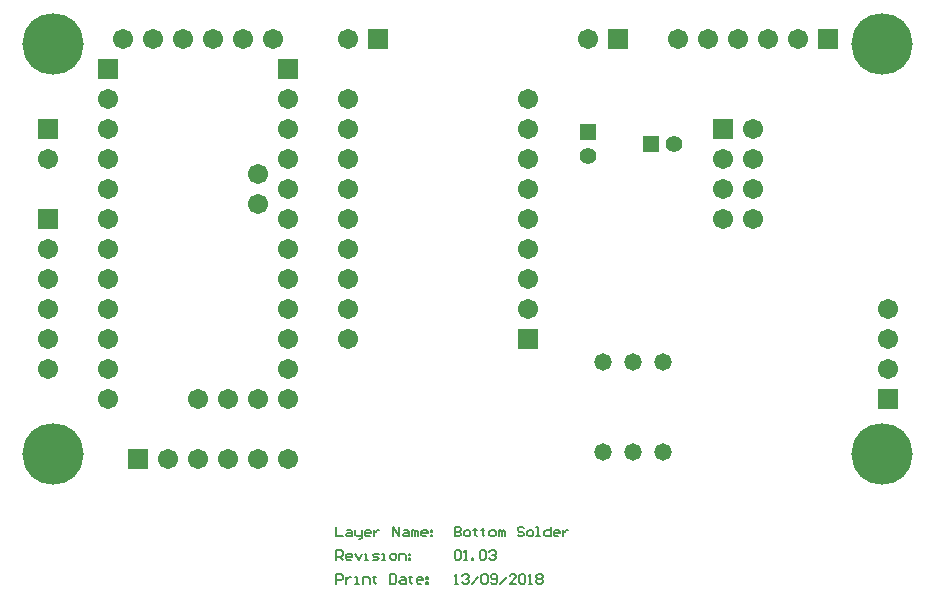
<source format=gbs>
%FSLAX25Y25*%
%MOIN*%
G70*
G01*
G75*
G04 Layer_Color=16711935*
%ADD10R,0.04331X0.03937*%
%ADD11R,0.03740X0.03347*%
%ADD12R,0.05906X0.05906*%
%ADD13R,0.03543X0.03937*%
%ADD14C,0.01000*%
%ADD15C,0.03937*%
%ADD16C,0.01969*%
%ADD17C,0.01181*%
%ADD18C,0.00787*%
%ADD19C,0.05000*%
%ADD20C,0.05906*%
%ADD21R,0.05906X0.05906*%
%ADD22R,0.04724X0.04724*%
%ADD23C,0.04724*%
%ADD24R,0.04724X0.04724*%
%ADD25C,0.03543*%
%ADD26C,0.19685*%
%ADD27C,0.00984*%
%ADD28C,0.00197*%
%ADD29C,0.00591*%
%ADD30R,0.00984X0.05512*%
%ADD31R,0.05131X0.04737*%
%ADD32R,0.04540X0.04147*%
%ADD33R,0.06706X0.06706*%
%ADD34R,0.04343X0.04737*%
%ADD35C,0.05800*%
%ADD36C,0.06706*%
%ADD37R,0.06706X0.06706*%
%ADD38R,0.05524X0.05524*%
%ADD39C,0.05524*%
%ADD40R,0.05524X0.05524*%
%ADD41C,0.20485*%
D18*
X145669Y-12599D02*
Y-15748D01*
X147244D01*
X147768Y-15223D01*
Y-14698D01*
X147244Y-14174D01*
X145669D01*
X147244D01*
X147768Y-13649D01*
Y-13124D01*
X147244Y-12599D01*
X145669D01*
X149343Y-15748D02*
X150392D01*
X150917Y-15223D01*
Y-14174D01*
X150392Y-13649D01*
X149343D01*
X148818Y-14174D01*
Y-15223D01*
X149343Y-15748D01*
X152491Y-13124D02*
Y-13649D01*
X151967D01*
X153016D01*
X152491D01*
Y-15223D01*
X153016Y-15748D01*
X155115Y-13124D02*
Y-13649D01*
X154590D01*
X155640D01*
X155115D01*
Y-15223D01*
X155640Y-15748D01*
X157739D02*
X158788D01*
X159313Y-15223D01*
Y-14174D01*
X158788Y-13649D01*
X157739D01*
X157214Y-14174D01*
Y-15223D01*
X157739Y-15748D01*
X160363D02*
Y-13649D01*
X160888D01*
X161412Y-14174D01*
Y-15748D01*
Y-14174D01*
X161937Y-13649D01*
X162462Y-14174D01*
Y-15748D01*
X168759Y-13124D02*
X168234Y-12599D01*
X167185D01*
X166660Y-13124D01*
Y-13649D01*
X167185Y-14174D01*
X168234D01*
X168759Y-14698D01*
Y-15223D01*
X168234Y-15748D01*
X167185D01*
X166660Y-15223D01*
X170333Y-15748D02*
X171383D01*
X171907Y-15223D01*
Y-14174D01*
X171383Y-13649D01*
X170333D01*
X169808Y-14174D01*
Y-15223D01*
X170333Y-15748D01*
X172957D02*
X174007D01*
X173482D01*
Y-12599D01*
X172957D01*
X177680D02*
Y-15748D01*
X176106D01*
X175581Y-15223D01*
Y-14174D01*
X176106Y-13649D01*
X177680D01*
X180304Y-15748D02*
X179254D01*
X178729Y-15223D01*
Y-14174D01*
X179254Y-13649D01*
X180304D01*
X180829Y-14174D01*
Y-14698D01*
X178729D01*
X181878Y-13649D02*
Y-15748D01*
Y-14698D01*
X182403Y-14174D01*
X182928Y-13649D01*
X183452D01*
X145669Y-20998D02*
X146194Y-20473D01*
X147244D01*
X147768Y-20998D01*
Y-23097D01*
X147244Y-23622D01*
X146194D01*
X145669Y-23097D01*
Y-20998D01*
X148818Y-23622D02*
X149867D01*
X149343D01*
Y-20473D01*
X148818Y-20998D01*
X151442Y-23622D02*
Y-23097D01*
X151967D01*
Y-23622D01*
X151442D01*
X154066Y-20998D02*
X154590Y-20473D01*
X155640D01*
X156165Y-20998D01*
Y-23097D01*
X155640Y-23622D01*
X154590D01*
X154066Y-23097D01*
Y-20998D01*
X157214D02*
X157739Y-20473D01*
X158788D01*
X159313Y-20998D01*
Y-21523D01*
X158788Y-22048D01*
X158264D01*
X158788D01*
X159313Y-22572D01*
Y-23097D01*
X158788Y-23622D01*
X157739D01*
X157214Y-23097D01*
X145669Y-31496D02*
X146719D01*
X146194D01*
Y-28348D01*
X145669Y-28872D01*
X148293D02*
X148818Y-28348D01*
X149867D01*
X150392Y-28872D01*
Y-29397D01*
X149867Y-29922D01*
X149343D01*
X149867D01*
X150392Y-30446D01*
Y-30971D01*
X149867Y-31496D01*
X148818D01*
X148293Y-30971D01*
X151442Y-31496D02*
X153541Y-29397D01*
X154590Y-28872D02*
X155115Y-28348D01*
X156165D01*
X156689Y-28872D01*
Y-30971D01*
X156165Y-31496D01*
X155115D01*
X154590Y-30971D01*
Y-28872D01*
X157739Y-30971D02*
X158264Y-31496D01*
X159313D01*
X159838Y-30971D01*
Y-28872D01*
X159313Y-28348D01*
X158264D01*
X157739Y-28872D01*
Y-29397D01*
X158264Y-29922D01*
X159838D01*
X160888Y-31496D02*
X162987Y-29397D01*
X166135Y-31496D02*
X164036D01*
X166135Y-29397D01*
Y-28872D01*
X165610Y-28348D01*
X164561D01*
X164036Y-28872D01*
X167185D02*
X167709Y-28348D01*
X168759D01*
X169284Y-28872D01*
Y-30971D01*
X168759Y-31496D01*
X167709D01*
X167185Y-30971D01*
Y-28872D01*
X170333Y-31496D02*
X171383D01*
X170858D01*
Y-28348D01*
X170333Y-28872D01*
X172957D02*
X173482Y-28348D01*
X174531D01*
X175056Y-28872D01*
Y-29397D01*
X174531Y-29922D01*
X175056Y-30446D01*
Y-30971D01*
X174531Y-31496D01*
X173482D01*
X172957Y-30971D01*
Y-30446D01*
X173482Y-29922D01*
X172957Y-29397D01*
Y-28872D01*
X173482Y-29922D02*
X174531D01*
X106299Y-31496D02*
Y-28348D01*
X107873D01*
X108398Y-28872D01*
Y-29922D01*
X107873Y-30446D01*
X106299D01*
X109448Y-29397D02*
Y-31496D01*
Y-30446D01*
X109973Y-29922D01*
X110497Y-29397D01*
X111022D01*
X112596Y-31496D02*
X113646D01*
X113121D01*
Y-29397D01*
X112596D01*
X115220Y-31496D02*
Y-29397D01*
X116795D01*
X117319Y-29922D01*
Y-31496D01*
X118894Y-28872D02*
Y-29397D01*
X118369D01*
X119418D01*
X118894D01*
Y-30971D01*
X119418Y-31496D01*
X124141Y-28348D02*
Y-31496D01*
X125715D01*
X126240Y-30971D01*
Y-28872D01*
X125715Y-28348D01*
X124141D01*
X127815Y-29397D02*
X128864D01*
X129389Y-29922D01*
Y-31496D01*
X127815D01*
X127290Y-30971D01*
X127815Y-30446D01*
X129389D01*
X130963Y-28872D02*
Y-29397D01*
X130438D01*
X131488D01*
X130963D01*
Y-30971D01*
X131488Y-31496D01*
X134636D02*
X133587D01*
X133062Y-30971D01*
Y-29922D01*
X133587Y-29397D01*
X134636D01*
X135161Y-29922D01*
Y-30446D01*
X133062D01*
X136211Y-29397D02*
X136736D01*
Y-29922D01*
X136211D01*
Y-29397D01*
Y-30971D02*
X136736D01*
Y-31496D01*
X136211D01*
Y-30971D01*
X106299Y-23622D02*
Y-20473D01*
X107873D01*
X108398Y-20998D01*
Y-22048D01*
X107873Y-22572D01*
X106299D01*
X107349D02*
X108398Y-23622D01*
X111022D02*
X109973D01*
X109448Y-23097D01*
Y-22048D01*
X109973Y-21523D01*
X111022D01*
X111547Y-22048D01*
Y-22572D01*
X109448D01*
X112596Y-21523D02*
X113646Y-23622D01*
X114696Y-21523D01*
X115745Y-23622D02*
X116795D01*
X116270D01*
Y-21523D01*
X115745D01*
X118369Y-23622D02*
X119943D01*
X120468Y-23097D01*
X119943Y-22572D01*
X118894D01*
X118369Y-22048D01*
X118894Y-21523D01*
X120468D01*
X121517Y-23622D02*
X122567D01*
X122042D01*
Y-21523D01*
X121517D01*
X124666Y-23622D02*
X125715D01*
X126240Y-23097D01*
Y-22048D01*
X125715Y-21523D01*
X124666D01*
X124141Y-22048D01*
Y-23097D01*
X124666Y-23622D01*
X127290D02*
Y-21523D01*
X128864D01*
X129389Y-22048D01*
Y-23622D01*
X130438Y-21523D02*
X130963D01*
Y-22048D01*
X130438D01*
Y-21523D01*
Y-23097D02*
X130963D01*
Y-23622D01*
X130438D01*
Y-23097D01*
X106299Y-12599D02*
Y-15748D01*
X108398D01*
X109973Y-13649D02*
X111022D01*
X111547Y-14174D01*
Y-15748D01*
X109973D01*
X109448Y-15223D01*
X109973Y-14698D01*
X111547D01*
X112596Y-13649D02*
Y-15223D01*
X113121Y-15748D01*
X114696D01*
Y-16273D01*
X114171Y-16798D01*
X113646D01*
X114696Y-15748D02*
Y-13649D01*
X117319Y-15748D02*
X116270D01*
X115745Y-15223D01*
Y-14174D01*
X116270Y-13649D01*
X117319D01*
X117844Y-14174D01*
Y-14698D01*
X115745D01*
X118894Y-13649D02*
Y-15748D01*
Y-14698D01*
X119418Y-14174D01*
X119943Y-13649D01*
X120468D01*
X125191Y-15748D02*
Y-12599D01*
X127290Y-15748D01*
Y-12599D01*
X128864Y-13649D02*
X129914D01*
X130438Y-14174D01*
Y-15748D01*
X128864D01*
X128339Y-15223D01*
X128864Y-14698D01*
X130438D01*
X131488Y-15748D02*
Y-13649D01*
X132013D01*
X132537Y-14174D01*
Y-15748D01*
Y-14174D01*
X133062Y-13649D01*
X133587Y-14174D01*
Y-15748D01*
X136211D02*
X135161D01*
X134636Y-15223D01*
Y-14174D01*
X135161Y-13649D01*
X136211D01*
X136736Y-14174D01*
Y-14698D01*
X134636D01*
X137785Y-13649D02*
X138310D01*
Y-14174D01*
X137785D01*
Y-13649D01*
Y-15223D02*
X138310D01*
Y-15748D01*
X137785D01*
Y-15223D01*
D33*
X235000Y120000D02*
D03*
X90000Y140000D02*
D03*
X30000D02*
D03*
X290000Y30000D02*
D03*
X10000Y120000D02*
D03*
Y90000D02*
D03*
D35*
X195000Y12500D02*
D03*
X205000D02*
D03*
X215000D02*
D03*
Y42500D02*
D03*
X205000D02*
D03*
X195000D02*
D03*
D36*
X110000Y50000D02*
D03*
Y60000D02*
D03*
Y70000D02*
D03*
Y80000D02*
D03*
Y90000D02*
D03*
Y100000D02*
D03*
Y110000D02*
D03*
Y120000D02*
D03*
X170000Y60000D02*
D03*
Y70000D02*
D03*
Y80000D02*
D03*
Y90000D02*
D03*
Y100000D02*
D03*
Y110000D02*
D03*
Y120000D02*
D03*
X110000Y130000D02*
D03*
X170000D02*
D03*
X245000Y90000D02*
D03*
X235000D02*
D03*
X245000Y100000D02*
D03*
X235000D02*
D03*
X245000Y110000D02*
D03*
X235000D02*
D03*
X245000Y120000D02*
D03*
X60000Y30000D02*
D03*
X80000D02*
D03*
X70000D02*
D03*
X80000Y95000D02*
D03*
Y105000D02*
D03*
X90000Y30000D02*
D03*
Y40000D02*
D03*
Y50000D02*
D03*
Y60000D02*
D03*
Y70000D02*
D03*
Y80000D02*
D03*
Y90000D02*
D03*
Y100000D02*
D03*
Y110000D02*
D03*
Y120000D02*
D03*
Y130000D02*
D03*
X30000D02*
D03*
Y120000D02*
D03*
Y110000D02*
D03*
Y100000D02*
D03*
Y90000D02*
D03*
Y80000D02*
D03*
Y70000D02*
D03*
Y60000D02*
D03*
Y50000D02*
D03*
Y40000D02*
D03*
Y30000D02*
D03*
X35000Y150000D02*
D03*
X45000D02*
D03*
X55000D02*
D03*
X65000D02*
D03*
X75000D02*
D03*
X85000D02*
D03*
X290000Y60000D02*
D03*
Y50000D02*
D03*
Y40000D02*
D03*
X90000Y10000D02*
D03*
X80000D02*
D03*
X70000D02*
D03*
X60000D02*
D03*
X50000D02*
D03*
X220000Y150000D02*
D03*
X230000D02*
D03*
X240000D02*
D03*
X250000D02*
D03*
X260000D02*
D03*
X10000Y110000D02*
D03*
Y40000D02*
D03*
Y50000D02*
D03*
Y60000D02*
D03*
Y70000D02*
D03*
Y80000D02*
D03*
X190000Y150000D02*
D03*
X110000D02*
D03*
D37*
X170000Y50000D02*
D03*
X40000Y10000D02*
D03*
X270000Y150000D02*
D03*
X200000D02*
D03*
X120000D02*
D03*
D38*
X211063Y115000D02*
D03*
D39*
X218937D02*
D03*
X190000Y111063D02*
D03*
D40*
Y118937D02*
D03*
D41*
X11811Y11811D02*
D03*
Y148189D02*
D03*
X288189D02*
D03*
Y11811D02*
D03*
M02*

</source>
